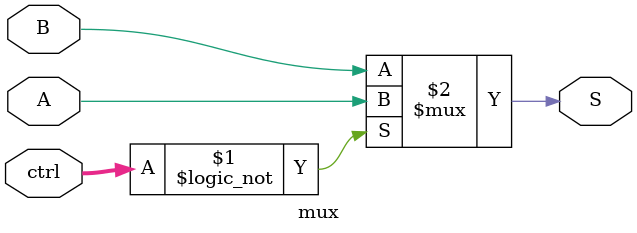
<source format=v>
`timescale 1ns / 1ps
module mux(
           input wire A,B,
			  output wire S,
			  input wire[1:0] ctrl
    );

assign S = (ctrl==0)?A:B;
	
endmodule

</source>
